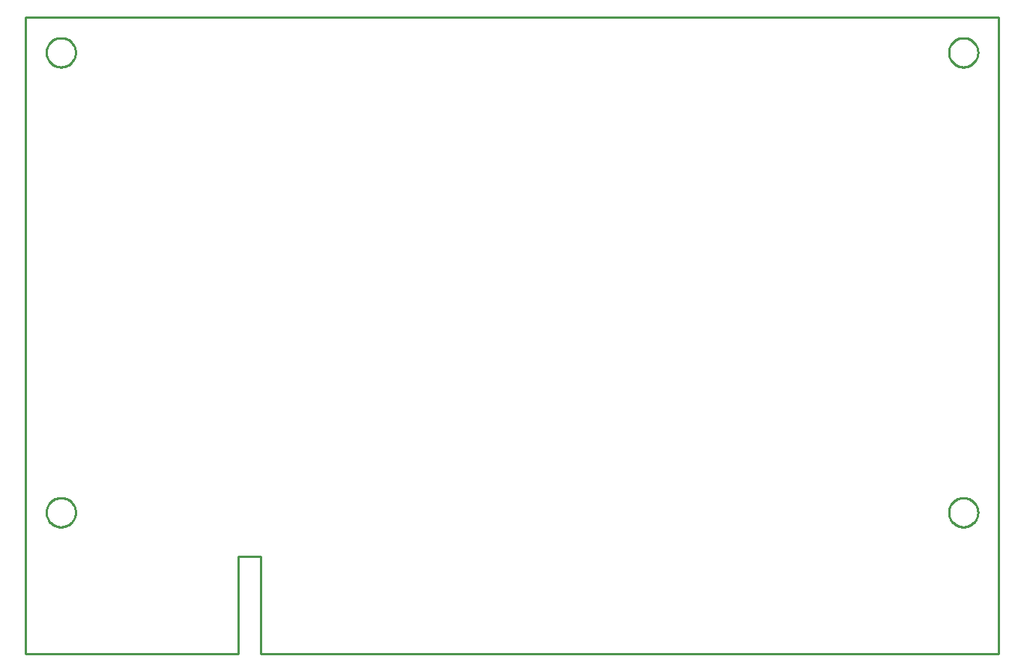
<source format=gbr>
G04 EAGLE Gerber RS-274X export*
G75*
%MOMM*%
%FSLAX34Y34*%
%LPD*%
%IN*%
%IPPOS*%
%AMOC8*
5,1,8,0,0,1.08239X$1,22.5*%
G01*
%ADD10C,0.254000*%


D10*
X0Y0D02*
X240030Y0D01*
X240030Y110490D01*
X265430Y110490D01*
X265430Y0D01*
X1100000Y0D01*
X1100000Y720000D01*
X0Y720000D01*
X0Y0D01*
X56510Y159460D02*
X56439Y158381D01*
X56298Y157309D01*
X56087Y156249D01*
X55808Y155205D01*
X55460Y154181D01*
X55046Y153183D01*
X54568Y152213D01*
X54028Y151277D01*
X53427Y150378D01*
X52769Y149521D01*
X52057Y148708D01*
X51292Y147944D01*
X50479Y147231D01*
X49622Y146573D01*
X48723Y145972D01*
X47787Y145432D01*
X46817Y144954D01*
X45819Y144540D01*
X44795Y144192D01*
X43751Y143913D01*
X42691Y143702D01*
X41619Y143561D01*
X40540Y143490D01*
X39460Y143490D01*
X38381Y143561D01*
X37309Y143702D01*
X36249Y143913D01*
X35205Y144192D01*
X34181Y144540D01*
X33183Y144954D01*
X32213Y145432D01*
X31277Y145972D01*
X30378Y146573D01*
X29521Y147231D01*
X28708Y147944D01*
X27944Y148708D01*
X27231Y149521D01*
X26573Y150378D01*
X25972Y151277D01*
X25432Y152213D01*
X24954Y153183D01*
X24540Y154181D01*
X24192Y155205D01*
X23913Y156249D01*
X23702Y157309D01*
X23561Y158381D01*
X23490Y159460D01*
X23490Y160540D01*
X23561Y161619D01*
X23702Y162691D01*
X23913Y163751D01*
X24192Y164795D01*
X24540Y165819D01*
X24954Y166817D01*
X25432Y167787D01*
X25972Y168723D01*
X26573Y169622D01*
X27231Y170479D01*
X27944Y171292D01*
X28708Y172057D01*
X29521Y172769D01*
X30378Y173427D01*
X31277Y174028D01*
X32213Y174568D01*
X33183Y175046D01*
X34181Y175460D01*
X35205Y175808D01*
X36249Y176087D01*
X37309Y176298D01*
X38381Y176439D01*
X39460Y176510D01*
X40540Y176510D01*
X41619Y176439D01*
X42691Y176298D01*
X43751Y176087D01*
X44795Y175808D01*
X45819Y175460D01*
X46817Y175046D01*
X47787Y174568D01*
X48723Y174028D01*
X49622Y173427D01*
X50479Y172769D01*
X51292Y172057D01*
X52057Y171292D01*
X52769Y170479D01*
X53427Y169622D01*
X54028Y168723D01*
X54568Y167787D01*
X55046Y166817D01*
X55460Y165819D01*
X55808Y164795D01*
X56087Y163751D01*
X56298Y162691D01*
X56439Y161619D01*
X56510Y160540D01*
X56510Y159460D01*
X1076510Y679460D02*
X1076439Y678381D01*
X1076298Y677309D01*
X1076087Y676249D01*
X1075808Y675205D01*
X1075460Y674181D01*
X1075046Y673183D01*
X1074568Y672213D01*
X1074028Y671277D01*
X1073427Y670378D01*
X1072769Y669521D01*
X1072057Y668708D01*
X1071292Y667944D01*
X1070479Y667231D01*
X1069622Y666573D01*
X1068723Y665972D01*
X1067787Y665432D01*
X1066817Y664954D01*
X1065819Y664540D01*
X1064795Y664192D01*
X1063751Y663913D01*
X1062691Y663702D01*
X1061619Y663561D01*
X1060540Y663490D01*
X1059460Y663490D01*
X1058381Y663561D01*
X1057309Y663702D01*
X1056249Y663913D01*
X1055205Y664192D01*
X1054181Y664540D01*
X1053183Y664954D01*
X1052213Y665432D01*
X1051277Y665972D01*
X1050378Y666573D01*
X1049521Y667231D01*
X1048708Y667944D01*
X1047944Y668708D01*
X1047231Y669521D01*
X1046573Y670378D01*
X1045972Y671277D01*
X1045432Y672213D01*
X1044954Y673183D01*
X1044540Y674181D01*
X1044192Y675205D01*
X1043913Y676249D01*
X1043702Y677309D01*
X1043561Y678381D01*
X1043490Y679460D01*
X1043490Y680540D01*
X1043561Y681619D01*
X1043702Y682691D01*
X1043913Y683751D01*
X1044192Y684795D01*
X1044540Y685819D01*
X1044954Y686817D01*
X1045432Y687787D01*
X1045972Y688723D01*
X1046573Y689622D01*
X1047231Y690479D01*
X1047944Y691292D01*
X1048708Y692057D01*
X1049521Y692769D01*
X1050378Y693427D01*
X1051277Y694028D01*
X1052213Y694568D01*
X1053183Y695046D01*
X1054181Y695460D01*
X1055205Y695808D01*
X1056249Y696087D01*
X1057309Y696298D01*
X1058381Y696439D01*
X1059460Y696510D01*
X1060540Y696510D01*
X1061619Y696439D01*
X1062691Y696298D01*
X1063751Y696087D01*
X1064795Y695808D01*
X1065819Y695460D01*
X1066817Y695046D01*
X1067787Y694568D01*
X1068723Y694028D01*
X1069622Y693427D01*
X1070479Y692769D01*
X1071292Y692057D01*
X1072057Y691292D01*
X1072769Y690479D01*
X1073427Y689622D01*
X1074028Y688723D01*
X1074568Y687787D01*
X1075046Y686817D01*
X1075460Y685819D01*
X1075808Y684795D01*
X1076087Y683751D01*
X1076298Y682691D01*
X1076439Y681619D01*
X1076510Y680540D01*
X1076510Y679460D01*
X1076510Y159460D02*
X1076439Y158381D01*
X1076298Y157309D01*
X1076087Y156249D01*
X1075808Y155205D01*
X1075460Y154181D01*
X1075046Y153183D01*
X1074568Y152213D01*
X1074028Y151277D01*
X1073427Y150378D01*
X1072769Y149521D01*
X1072057Y148708D01*
X1071292Y147944D01*
X1070479Y147231D01*
X1069622Y146573D01*
X1068723Y145972D01*
X1067787Y145432D01*
X1066817Y144954D01*
X1065819Y144540D01*
X1064795Y144192D01*
X1063751Y143913D01*
X1062691Y143702D01*
X1061619Y143561D01*
X1060540Y143490D01*
X1059460Y143490D01*
X1058381Y143561D01*
X1057309Y143702D01*
X1056249Y143913D01*
X1055205Y144192D01*
X1054181Y144540D01*
X1053183Y144954D01*
X1052213Y145432D01*
X1051277Y145972D01*
X1050378Y146573D01*
X1049521Y147231D01*
X1048708Y147944D01*
X1047944Y148708D01*
X1047231Y149521D01*
X1046573Y150378D01*
X1045972Y151277D01*
X1045432Y152213D01*
X1044954Y153183D01*
X1044540Y154181D01*
X1044192Y155205D01*
X1043913Y156249D01*
X1043702Y157309D01*
X1043561Y158381D01*
X1043490Y159460D01*
X1043490Y160540D01*
X1043561Y161619D01*
X1043702Y162691D01*
X1043913Y163751D01*
X1044192Y164795D01*
X1044540Y165819D01*
X1044954Y166817D01*
X1045432Y167787D01*
X1045972Y168723D01*
X1046573Y169622D01*
X1047231Y170479D01*
X1047944Y171292D01*
X1048708Y172057D01*
X1049521Y172769D01*
X1050378Y173427D01*
X1051277Y174028D01*
X1052213Y174568D01*
X1053183Y175046D01*
X1054181Y175460D01*
X1055205Y175808D01*
X1056249Y176087D01*
X1057309Y176298D01*
X1058381Y176439D01*
X1059460Y176510D01*
X1060540Y176510D01*
X1061619Y176439D01*
X1062691Y176298D01*
X1063751Y176087D01*
X1064795Y175808D01*
X1065819Y175460D01*
X1066817Y175046D01*
X1067787Y174568D01*
X1068723Y174028D01*
X1069622Y173427D01*
X1070479Y172769D01*
X1071292Y172057D01*
X1072057Y171292D01*
X1072769Y170479D01*
X1073427Y169622D01*
X1074028Y168723D01*
X1074568Y167787D01*
X1075046Y166817D01*
X1075460Y165819D01*
X1075808Y164795D01*
X1076087Y163751D01*
X1076298Y162691D01*
X1076439Y161619D01*
X1076510Y160540D01*
X1076510Y159460D01*
X56510Y679460D02*
X56439Y678381D01*
X56298Y677309D01*
X56087Y676249D01*
X55808Y675205D01*
X55460Y674181D01*
X55046Y673183D01*
X54568Y672213D01*
X54028Y671277D01*
X53427Y670378D01*
X52769Y669521D01*
X52057Y668708D01*
X51292Y667944D01*
X50479Y667231D01*
X49622Y666573D01*
X48723Y665972D01*
X47787Y665432D01*
X46817Y664954D01*
X45819Y664540D01*
X44795Y664192D01*
X43751Y663913D01*
X42691Y663702D01*
X41619Y663561D01*
X40540Y663490D01*
X39460Y663490D01*
X38381Y663561D01*
X37309Y663702D01*
X36249Y663913D01*
X35205Y664192D01*
X34181Y664540D01*
X33183Y664954D01*
X32213Y665432D01*
X31277Y665972D01*
X30378Y666573D01*
X29521Y667231D01*
X28708Y667944D01*
X27944Y668708D01*
X27231Y669521D01*
X26573Y670378D01*
X25972Y671277D01*
X25432Y672213D01*
X24954Y673183D01*
X24540Y674181D01*
X24192Y675205D01*
X23913Y676249D01*
X23702Y677309D01*
X23561Y678381D01*
X23490Y679460D01*
X23490Y680540D01*
X23561Y681619D01*
X23702Y682691D01*
X23913Y683751D01*
X24192Y684795D01*
X24540Y685819D01*
X24954Y686817D01*
X25432Y687787D01*
X25972Y688723D01*
X26573Y689622D01*
X27231Y690479D01*
X27944Y691292D01*
X28708Y692057D01*
X29521Y692769D01*
X30378Y693427D01*
X31277Y694028D01*
X32213Y694568D01*
X33183Y695046D01*
X34181Y695460D01*
X35205Y695808D01*
X36249Y696087D01*
X37309Y696298D01*
X38381Y696439D01*
X39460Y696510D01*
X40540Y696510D01*
X41619Y696439D01*
X42691Y696298D01*
X43751Y696087D01*
X44795Y695808D01*
X45819Y695460D01*
X46817Y695046D01*
X47787Y694568D01*
X48723Y694028D01*
X49622Y693427D01*
X50479Y692769D01*
X51292Y692057D01*
X52057Y691292D01*
X52769Y690479D01*
X53427Y689622D01*
X54028Y688723D01*
X54568Y687787D01*
X55046Y686817D01*
X55460Y685819D01*
X55808Y684795D01*
X56087Y683751D01*
X56298Y682691D01*
X56439Y681619D01*
X56510Y680540D01*
X56510Y679460D01*
M02*

</source>
